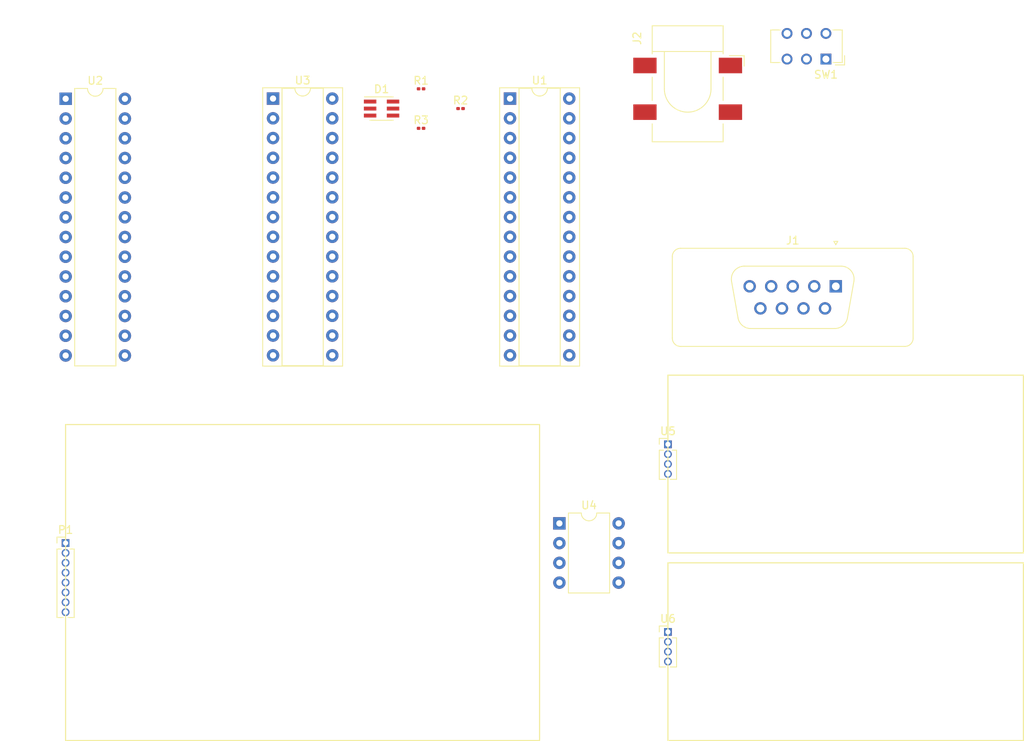
<source format=kicad_pcb>
(kicad_pcb (version 20211014) (generator pcbnew)
  (layers (0 "F.Cu" signal) (31 "B.Cu" signal) (34 "B.Paste" user) (35 "F.Paste" user) (36 "B.SilkS" user "B.Silkscreen") (37 "F.SilkS" user "F.Silkscreen") (38 "B.Mask" user) (39 "F.Mask" user) (44 "Edge.Cuts" user))
  (net 0 "")
  (net 1 "Net-(U3-Pad28)")
  (net 2 "Net-(U3-Pad27)")
  (net 3 "Net-(U3-Pad26)")
  (net 4 "Net-(R3-Pad1)")
  (net 5 "Net-(D1-Pad5)")
  (net 6 "Net-(R1-Pad1)")
  (net 19 "Net-(U3-Pad9)")
  (net 23 "Net-(U3-Pad14)")
  (net 24 "Net-(U3-Pad15)")
  (net 26 "Net-(J1-Pad3)")
  (net 27 "Net-(J1-Pad2)")
  (net 28 "Net-(SW1-Pad3)")
  (net 61 "Net-(U3-Pad18)")
  (net 68 "GNDREF")
  (net 73 "Net-(U3-Pad16)")
  (net 80 "Net-(U4-Pad2)")
  (net 81 "Net-(U4-Pad8)")
  (net 90 "Net-(U1-Pad20)")
  (net 91 "Net-(U4-Pad6)")
  (footprint "Package_DIP:DIP-28_W7.62mm_Socket" (layer "F.Cu") (at 80.02 21.575)
    (fp_text reference "U1" (at 3.81 -2.33) (layer "F.SilkS"))
    (fp_text value "PIC16F1512-ISP")
    (fp_line (start 1.16 34.35) (end 6.46 34.35) (layer "F.SilkS") (width 0.12))
    (fp_line (start 6.46 -1.33) (end 4.81 -1.33) (layer "F.SilkS") (width 0.12))
    (fp_line (start 8.95 -1.39) (end -1.33 -1.39) (layer "F.SilkS") (width 0.12))
    (fp_line (start 8.95 34.41) (end 8.95 -1.39) (layer "F.SilkS") (width 0.12))
    (fp_line (start 2.81 -1.33) (end 1.16 -1.33) (layer "F.SilkS") (width 0.12))
    (fp_line (start -1.33 34.41) (end 8.95 34.41) (layer "F.SilkS") (width 0.12))
    (fp_line (start -1.33 -1.39) (end -1.33 34.41) (layer "F.SilkS") (width 0.12))
    (fp_line (start 6.46 34.35) (end 6.46 -1.33) (layer "F.SilkS") (width 0.12))
    (fp_line (start 1.16 -1.33) (end 1.16 34.35) (layer "F.SilkS") (width 0.12))
    (fp_arc (start 4.81 -1.33) (mid 3.81 -0.33) (end 2.81 -1.33) (layer "F.SilkS") (width 0.12))
    (pad "1" thru_hole rect (at 0 0) (size 1.6 1.6) (drill 0.8) (layers *.Cu *.Mask))
    (pad "2" thru_hole oval (at 0 2.54) (size 1.6 1.6) (drill 0.8) (layers *.Cu *.Mask))
    (pad "3" thru_hole oval (at 0 5.08) (size 1.6 1.6) (drill 0.8) (layers *.Cu *.Mask))
    (pad "4" thru_hole oval (at 0 7.62) (size 1.6 1.6) (drill 0.8) (layers *.Cu *.Mask))
    (pad "5" thru_hole oval (at 0 10.16) (size 1.6 1.6) (drill 0.8) (layers *.Cu *.Mask))
    (pad "6" thru_hole oval (at 0 12.7) (size 1.6 1.6) (drill 0.8) (layers *.Cu *.Mask))
    (pad "7" thru_hole oval (at 0 15.24) (size 1.6 1.6) (drill 0.8) (layers *.Cu *.Mask))
    (pad "8" thru_hole oval (at 0 17.78) (size 1.6 1.6) (drill 0.8) (layers *.Cu *.Mask) (net 68 "GNDREF"))
    (pad "9" thru_hole oval (at 0 20.32) (size 1.6 1.6) (drill 0.8) (layers *.Cu *.Mask))
    (pad "10" thru_hole oval (at 0 22.86) (size 1.6 1.6) (drill 0.8) (layers *.Cu *.Mask) (net 19 "Net-(U3-Pad9)"))
    (pad "11" thru_hole oval (at 0 25.4) (size 1.6 1.6) (drill 0.8) (layers *.Cu *.Mask))
    (pad "12" thru_hole oval (at 0 27.94) (size 1.6 1.6) (drill 0.8) (layers *.Cu *.Mask))
    (pad "13" thru_hole oval (at 0 30.48) (size 1.6 1.6) (drill 0.8) (layers *.Cu *.Mask))
    (pad "14" thru_hole oval (at 0 33.02) (size 1.6 1.6) (drill 0.8) (layers *.Cu *.Mask) (net 23 "Net-(U3-Pad14)"))
    (pad "15" thru_hole oval (at 7.62 33.02) (size 1.6 1.6) (drill 0.8) (layers *.Cu *.Mask) (net 24 "Net-(U3-Pad15)"))
    (pad "16" thru_hole oval (at 7.62 30.48) (size 1.6 1.6) (drill 0.8) (layers *.Cu *.Mask))
    (pad "17" thru_hole oval (at 7.62 27.94) (size 1.6 1.6) (drill 0.8) (layers *.Cu *.Mask) (net 26 "Net-(J1-Pad3)"))
    (pad "18" thru_hole oval (at 7.62 25.4) (size 1.6 1.6) (drill 0.8) (layers *.Cu *.Mask) (net 27 "Net-(J1-Pad2)"))
    (pad "19" thru_hole oval (at 7.62 22.86) (size 1.6 1.6) (drill 0.8) (layers *.Cu *.Mask) (net 68 "GNDREF"))
    (pad "20" thru_hole oval (at 7.62 20.32) (size 1.6 1.6) (drill 0.8) (layers *.Cu *.Mask) (net 90 "Net-(U1-Pad20)"))
    (pad "21" thru_hole oval (at 7.62 17.78) (size 1.6 1.6) (drill 0.8) (layers *.Cu *.Mask))
    (pad "22" thru_hole oval (at 7.62 15.24) (size 1.6 1.6) (drill 0.8) (layers *.Cu *.Mask))
    (pad "23" thru_hole oval (at 7.62 12.7) (size 1.6 1.6) (drill 0.8) (layers *.Cu *.Mask))
    (pad "24" thru_hole oval (at 7.62 10.16) (size 1.6 1.6) (drill 0.8) (layers *.Cu *.Mask))
    (pad "25" thru_hole oval (at 7.62 7.62) (size 1.6 1.6) (drill 0.8) (layers *.Cu *.Mask))
    (pad "26" thru_hole oval (at 7.62 5.08) (size 1.6 1.6) (drill 0.8) (layers *.Cu *.Mask))
    (pad "27" thru_hole oval (at 7.62 2.54) (size 1.6 1.6) (drill 0.8) (layers *.Cu *.Mask))
    (pad "28" thru_hole oval (at 7.62 0) (size 1.6 1.6) (drill 0.8) (layers *.Cu *.Mask))
  )
  (footprint "Connector_PinHeader_1.27mm:PinHeader_1x08_P1.27mm_Vertical" (layer "F.Cu") (at 22.86 78.74)
    (fp_text reference "P1" (at 0 -1.695) (layer "F.SilkS"))
    (fp_text value "RFID-RC522-MODULE")
    (fp_line (start 0.30753 9.585) (end 1.11 9.585) (layer "F.SilkS") (width 0.12))
    (fp_line (start -1.11 0) (end -1.11 -0.76) (layer "F.SilkS") (width 0.12))
    (fp_line (start -1.11 -0.76) (end 0 -0.76) (layer "F.SilkS") (width 0.12))
    (fp_line (start -1.11 9.585) (end -0.30753 9.585) (layer "F.SilkS") (width 0.12))
    (fp_line (start -1.11 0.76) (end -1.11 9.585) (layer "F.SilkS") (width 0.12))
    (fp_line (start -1.11 0.76) (end -0.563471 0.76) (layer "F.SilkS") (width 0.12))
    (fp_line (start 0.563471 0.76) (end 1.11 0.76) (layer "F.SilkS") (width 0.12))
    (fp_line (start 1.11 0.76) (end 1.11 9.585) (layer "F.SilkS") (width 0.12))
    (pad "1" thru_hole rect (at 0 0) (size 1 1) (drill 0.65) (layers *.Cu *.Mask))
    (pad "2" thru_hole oval (at 0 1.27) (size 1 1) (drill 0.65) (layers *.Cu *.Mask))
    (pad "3" thru_hole oval (at 0 2.54) (size 1 1) (drill 0.65) (layers *.Cu *.Mask))
    (pad "4" thru_hole oval (at 0 3.81) (size 1 1) (drill 0.65) (layers *.Cu *.Mask))
    (pad "5" thru_hole oval (at 0 5.08) (size 1 1) (drill 0.65) (layers *.Cu *.Mask))
    (pad "6" thru_hole oval (at 0 6.35) (size 1 1) (drill 0.65) (layers *.Cu *.Mask))
    (pad "7" thru_hole oval (at 0 7.62) (size 1 1) (drill 0.65) (layers *.Cu *.Mask))
    (pad "8" thru_hole oval (at 0 8.89) (size 1 1) (drill 0.65) (layers *.Cu *.Mask))
  )
  (footprint "Connector_PinHeader_1.27mm:PinHeader_1x04_P1.27mm_Vertical" (layer "F.Cu") (at 100.33 66.04)
    (fp_text reference "U5" (at 0 -1.695) (layer "F.SilkS"))
    (fp_text value "TM1637")
    (fp_line (start 0.30753 4.505) (end 1.11 4.505) (layer "F.SilkS") (width 0.12))
    (fp_line (start -1.11 0.76) (end -1.11 4.505) (layer "F.SilkS") (width 0.12))
    (fp_line (start 1.11 0.76) (end 1.11 4.505) (layer "F.SilkS") (width 0.12))
    (fp_line (start -1.11 0.76) (end -0.563471 0.76) (layer "F.SilkS") (width 0.12))
    (fp_line (start 0.563471 0.76) (end 1.11 0.76) (layer "F.SilkS") (width 0.12))
    (fp_line (start -1.11 0) (end -1.11 -0.76) (layer "F.SilkS") (width 0.12))
    (fp_line (start -1.11 -0.76) (end 0 -0.76) (layer "F.SilkS") (width 0.12))
    (fp_line (start -1.11 4.505) (end -0.30753 4.505) (layer "F.SilkS") (width 0.12))
    (pad "1" thru_hole rect (at 0 0) (size 1 1) (drill 0.65) (layers *.Cu *.Mask) (net 23 "Net-(U3-Pad14)"))
    (pad "2" thru_hole oval (at 0 1.27) (size 1 1) (drill 0.65) (layers *.Cu *.Mask) (net 80 "Net-(U4-Pad2)"))
    (pad "3" thru_hole oval (at 0 2.54) (size 1 1) (drill 0.65) (layers *.Cu *.Mask) (net 68 "GNDREF"))
    (pad "4" thru_hole oval (at 0 3.81) (size 1 1) (drill 0.65) (layers *.Cu *.Mask) (net 90 "Net-(U1-Pad20)"))
  )
  (footprint "Package_DIP:DIP-28_W7.62mm" (layer "F.Cu") (at 22.87 21.6)
    (fp_text reference "U2" (at 3.81 -2.33) (layer "F.SilkS"))
    (fp_text value "PIC16F1512-ISP")
    (fp_line (start 2.81 -1.33) (end 1.16 -1.33) (layer "F.SilkS") (width 0.12))
    (fp_line (start 6.46 34.35) (end 6.46 -1.33) (layer "F.SilkS") (width 0.12))
    (fp_line (start 6.46 -1.33) (end 4.81 -1.33) (layer "F.SilkS") (width 0.12))
    (fp_line (start 1.16 -1.33) (end 1.16 34.35) (layer "F.SilkS") (width 0.12))
    (fp_line (start 1.16 34.35) (end 6.46 34.35) (layer "F.SilkS") (width 0.12))
    (fp_arc (start 4.81 -1.33) (mid 3.81 -0.33) (end 2.81 -1.33) (layer "F.SilkS") (width 0.12))
    (pad "1" thru_hole rect (at 0 0) (size 1.6 1.6) (drill 0.8) (layers *.Cu *.Mask))
    (pad "2" thru_hole oval (at 0 2.54) (size 1.6 1.6) (drill 0.8) (layers *.Cu *.Mask))
    (pad "3" thru_hole oval (at 0 5.08) (size 1.6 1.6) (drill 0.8) (layers *.Cu *.Mask))
    (pad "4" thru_hole oval (at 0 7.62) (size 1.6 1.6) (drill 0.8) (layers *.Cu *.Mask))
    (pad "5" thru_hole oval (at 0 10.16) (size 1.6 1.6) (drill 0.8) (layers *.Cu *.Mask))
    (pad "6" thru_hole oval (at 0 12.7) (size 1.6 1.6) (drill 0.8) (layers *.Cu *.Mask))
    (pad "7" thru_hole oval (at 0 15.24) (size 1.6 1.6) (drill 0.8) (layers *.Cu *.Mask))
    (pad "8" thru_hole oval (at 0 17.78) (size 1.6 1.6) (drill 0.8) (layers *.Cu *.Mask) (net 68 "GNDREF"))
    (pad "9" thru_hole oval (at 0 20.32) (size 1.6 1.6) (drill 0.8) (layers *.Cu *.Mask))
    (pad "10" thru_hole oval (at 0 22.86) (size 1.6 1.6) (drill 0.8) (layers *.Cu *.Mask))
    (pad "11" thru_hole oval (at 0 25.4) (size 1.6 1.6) (drill 0.8) (layers *.Cu *.Mask))
    (pad "12" thru_hole oval (at 0 27.94) (size 1.6 1.6) (drill 0.8) (layers *.Cu *.Mask))
    (pad "13" thru_hole oval (at 0 30.48) (size 1.6 1.6) (drill 0.8) (layers *.Cu *.Mask))
    (pad "14" thru_hole oval (at 0 33.02) (size 1.6 1.6) (drill 0.8) (layers *.Cu *.Mask))
    (pad "15" thru_hole oval (at 7.62 33.02) (size 1.6 1.6) (drill 0.8) (layers *.Cu *.Mask))
    (pad "16" thru_hole oval (at 7.62 30.48) (size 1.6 1.6) (drill 0.8) (layers *.Cu *.Mask))
    (pad "17" thru_hole oval (at 7.62 27.94) (size 1.6 1.6) (drill 0.8) (layers *.Cu *.Mask))
    (pad "18" thru_hole oval (at 7.62 25.4) (size 1.6 1.6) (drill 0.8) (layers *.Cu *.Mask))
    (pad "19" thru_hole oval (at 7.62 22.86) (size 1.6 1.6) (drill 0.8) (layers *.Cu *.Mask) (net 68 "GNDREF"))
    (pad "20" thru_hole oval (at 7.62 20.32) (size 1.6 1.6) (drill 0.8) (layers *.Cu *.Mask) (net 90 "Net-(U1-Pad20)"))
    (pad "21" thru_hole oval (at 7.62 17.78) (size 1.6 1.6) (drill 0.8) (layers *.Cu *.Mask))
    (pad "22" thru_hole oval (at 7.62 15.24) (size 1.6 1.6) (drill 0.8) (layers *.Cu *.Mask))
    (pad "23" thru_hole oval (at 7.62 12.7) (size 1.6 1.6) (drill 0.8) (layers *.Cu *.Mask))
    (pad "24" thru_hole oval (at 7.62 10.16) (size 1.6 1.6) (drill 0.8) (layers *.Cu *.Mask))
    (pad "25" thru_hole oval (at 7.62 7.62) (size 1.6 1.6) (drill 0.8) (layers *.Cu *.Mask))
    (pad "26" thru_hole oval (at 7.62 5.08) (size 1.6 1.6) (drill 0.8) (layers *.Cu *.Mask))
    (pad "27" thru_hole oval (at 7.62 2.54) (size 1.6 1.6) (drill 0.8) (layers *.Cu *.Mask))
    (pad "28" thru_hole oval (at 7.62 0) (size 1.6 1.6) (drill 0.8) (layers *.Cu *.Mask) (net 61 "Net-(U3-Pad18)"))
  )
  (footprint "Resistor_SMD:R_0201_0603Metric" (layer "F.Cu") (at 68.58 25.4)
    (fp_text reference "R3" (at 0 -1.05) (layer "F.SilkS"))
    (fp_text value "R")
    (pad "1" smd roundrect (at -0.32 0) (size 0.46 0.4) (layers "F.Cu" "F.Mask") (net 4 "Net-(R3-Pad1)"))
    (pad "2" smd roundrect (at 0.32 0) (size 0.46 0.4) (layers "F.Cu" "F.Mask"))
  )
  (footprint "Package_DIP:DIP-28_W7.62mm_Socket" (layer "F.Cu") (at 49.54 21.575)
    (fp_text reference "U3" (at 3.81 -2.33) (layer "F.SilkS"))
    (fp_text value "PIC16F1512-ISP")
    (fp_line (start -1.33 34.41) (end 8.95 34.41) (layer "F.SilkS") (width 0.12))
    (fp_line (start 1.16 -1.33) (end 1.16 34.35) (layer "F.SilkS") (width 0.12))
    (fp_line (start 2.81 -1.33) (end 1.16 -1.33) (layer "F.SilkS") (width 0.12))
    (fp_line (start -1.33 -1.39) (end -1.33 34.41) (layer "F.SilkS") (width 0.12))
    (fp_line (start 8.95 34.41) (end 8.95 -1.39) (layer "F.SilkS") (width 0.12))
    (fp_line (start 6.46 34.35) (end 6.46 -1.33) (layer "F.SilkS") (width 0.12))
    (fp_line (start 1.16 34.35) (end 6.46 34.35) (layer "F.SilkS") (width 0.12))
    (fp_line (start 6.46 -1.33) (end 4.81 -1.33) (layer "F.SilkS") (width 0.12))
    (fp_line (start 8.95 -1.39) (end -1.33 -1.39) (layer "F.SilkS") (width 0.12))
    (fp_arc (start 4.81 -1.33) (mid 3.81 -0.33) (end 2.81 -1.33) (layer "F.SilkS") (width 0.12))
    (pad "1" thru_hole rect (at 0 0) (size 1.6 1.6) (drill 0.8) (layers *.Cu *.Mask))
    (pad "2" thru_hole oval (at 0 2.54) (size 1.6 1.6) (drill 0.8) (layers *.Cu *.Mask))
    (pad "3" thru_hole oval (at 0 5.08) (size 1.6 1.6) (drill 0.8) (layers *.Cu *.Mask) (net 91 "Net-(U4-Pad6)"))
    (pad "4" thru_hole oval (at 0 7.62) (size 1.6 1.6) (drill 0.8) (layers *.Cu *.Mask))
    (pad "5" thru_hole oval (at 0 10.16) (size 1.6 1.6) (drill 0.8) (layers *.Cu *.Mask))
    (pad "6" thru_hole oval (at 0 12.7) (size 1.6 1.6) (drill 0.8) (layers *.Cu *.Mask))
    (pad "7" thru_hole oval (at 0 15.24) (size 1.6 1.6) (drill 0.8) (layers *.Cu *.Mask))
    (pad "8" thru_hole oval (at 0 17.78) (size 1.6 1.6) (drill 0.8) (layers *.Cu *.Mask) (net 68 "GNDREF"))
    (pad "9" thru_hole oval (at 0 20.32) (size 1.6 1.6) (drill 0.8) (layers *.Cu *.Mask) (net 19 "Net-(U3-Pad9)"))
    (pad "10" thru_hole oval (at 0 22.86) (size 1.6 1.6) (drill 0.8) (layers *.Cu *.Mask))
    (pad "11" thru_hole oval (at 0 25.4) (size 1.6 1.6) (drill 0.8) (layers *.Cu *.Mask))
    (pad "12" thru_hole oval (at 0 27.94) (size 1.6 1.6) (drill 0.8) (layers *.Cu *.Mask))
    (pad "13" thru_hole oval (at 0 30.48) (size 1.6 1.6) (drill 0.8) (layers *.Cu *.Mask))
    (pad "14" thru_hole oval (at 0 33.02) (size 1.6 1.6) (drill 0.8) (layers *.Cu *.Mask) (net 23 "Net-(U3-Pad14)"))
    (pad "15" thru_hole oval (at 7.62 33.02) (size 1.6 1.6) (drill 0.8) (layers *.Cu *.Mask) (net 24 "Net-(U3-Pad15)"))
    (pad "16" thru_hole oval (at 7.62 30.48) (size 1.6 1.6) (drill 0.8) (layers *.Cu *.Mask) (net 73 "Net-(U3-Pad16)"))
    (pad "17" thru_hole oval (at 7.62 27.94) (size 1.6 1.6) (drill 0.8) (layers *.Cu *.Mask))
    (pad "18" thru_hole oval (at 7.62 25.4) (size 1.6 1.6) (drill 0.8) (layers *.Cu *.Mask) (net 61 "Net-(U3-Pad18)"))
    (pad "19" thru_hole oval (at 7.62 22.86) (size 1.6 1.6) (drill 0.8) (layers *.Cu *.Mask) (net 68 "GNDREF"))
    (pad "20" thru_hole oval (at 7.62 20.32) (size 1.6 1.6) (drill 0.8) (layers *.Cu *.Mask) (net 90 "Net-(U1-Pad20)"))
    (pad "21" thru_hole oval (at 7.62 17.78) (size 1.6 1.6) (drill 0.8) (layers *.Cu *.Mask))
    (pad "22" thru_hole oval (at 7.62 15.24) (size 1.6 1.6) (drill 0.8) (layers *.Cu *.Mask))
    (pad "23" thru_hole oval (at 7.62 12.7) (size 1.6 1.6) (drill 0.8) (layers *.Cu *.Mask))
    (pad "24" thru_hole oval (at 7.62 10.16) (size 1.6 1.6) (drill 0.8) (layers *.Cu *.Mask))
    (pad "25" thru_hole oval (at 7.62 7.62) (size 1.6 1.6) (drill 0.8) (layers *.Cu *.Mask))
    (pad "26" thru_hole oval (at 7.62 5.08) (size 1.6 1.6) (drill 0.8) (layers *.Cu *.Mask) (net 3 "Net-(U3-Pad26)"))
    (pad "27" thru_hole oval (at 7.62 2.54) (size 1.6 1.6) (drill 0.8) (layers *.Cu *.Mask) (net 2 "Net-(U3-Pad27)"))
    (pad "28" thru_hole oval (at 7.62 0) (size 1.6 1.6) (drill 0.8) (layers *.Cu *.Mask) (net 1 "Net-(U3-Pad28)"))
  )
  (footprint "Connector_BarrelJack:BarrelJack_CLIFF_FC681465S_SMT_Horizontal" (layer "F.Cu") (at 102.87 20.32 -90)
    (fp_text reference "J2" (at -6.5 6.5 90) (layer "F.SilkS"))
    (fp_text value "Barrel_Jack")
    (fp_line (start 6.81 4.56) (end 6.81 -4.56) (layer "F.SilkS") (width 0.12))
    (fp_line (start 4.5 4.56) (end 6.81 4.56) (layer "F.SilkS") (width 0.12))
    (fp_line (start -4.8 -3) (end 0 -3) (layer "F.SilkS") (width 0.12))
    (fp_line (start -4.8 4.56) (end -4.8 -4.56) (layer "F.SilkS") (width 0.12))
    (fp_line (start -8.11 -4.56) (end -4.5 -4.56) (layer "F.SilkS") (width 0.12))
    (fp_line (start -8.11 4.56) (end -8.11 -4.56) (layer "F.SilkS") (width 0.12))
    (fp_line (start -2.92 -7.26) (end -4.26 -7.26) (layer "F.SilkS") (width 0.12))
    (fp_line (start -8.11 4.56) (end -4.5 4.56) (layer "F.SilkS") (width 0.12))
    (fp_line (start -4.8 3) (end 0 3) (layer "F.SilkS") (width 0.12))
    (fp_line (start -1.5 4.56) (end 1.5 4.56) (layer "F.SilkS") (width 0.12))
    (fp_line (start -4.26 -7.26) (end -4.26 -5.36) (layer "F.SilkS") (width 0.12))
    (fp_line (start -1.5 -4.56) (end 1.5 -4.56) (layer "F.SilkS") (width 0.12))
    (fp_line (start 4.5 -4.56) (end 6.81 -4.56) (layer "F.SilkS") (width 0.12))
    (fp_arc (start 0 -3) (mid 3 0) (end 0 3) (layer "F.SilkS") (width 0.12))
    (pad "" np_thru_hole oval (at -2.9 0) (size 2 1.5) (drill oval 2 1.5) (layers *.Cu *.Mask))
    (pad "" np_thru_hole circle (at 1.5 0) (size 2 2) (drill 2) (layers *.Cu *.Mask))
    (pad "1" smd rect (at 3 -5.5) (size 3 2) (layers "F.Cu" "F.Paste" "F.Mask") (net 28 "Net-(SW1-Pad3)"))
    (pad "1" smd rect (at -3 -5.5) (size 3 2) (layers "F.Cu" "F.Paste" "F.Mask") (net 28 "Net-(SW1-Pad3)"))
    (pad "2" smd rect (at 3 5.5) (size 3 2) (layers "F.Cu" "F.Paste" "F.Mask") (net 68 "GNDREF"))
    (pad "3" smd rect (at -3 5.5) (size 3 2) (layers "F.Cu" "F.Paste" "F.Mask"))
  )
  (footprint "Resistor_SMD:R_0201_0603Metric" (layer "F.Cu") (at 73.66 22.86)
    (fp_text reference "R2" (at 0 -1.05) (layer "F.SilkS"))
    (fp_text value "R")
    (pad "1" smd roundrect (at -0.32 0) (size 0.46 0.4) (layers "F.Cu" "F.Mask") (net 5 "Net-(D1-Pad5)"))
    (pad "2" smd roundrect (at 0.32 0) (size 0.46 0.4) (layers "F.Cu" "F.Mask"))
  )
  (footprint "Resistor_SMD:R_0201_0603Metric" (layer "F.Cu") (at 68.58 20.32)
    (fp_text reference "R1" (at 0 -1.05) (layer "F.SilkS"))
    (fp_text value "R")
    (pad "1" smd roundrect (at -0.32 0) (size 0.46 0.4) (layers "F.Cu" "F.Mask") (net 6 "Net-(R1-Pad1)"))
    (pad "2" smd roundrect (at 0.32 0) (size 0.46 0.4) (layers "F.Cu" "F.Mask"))
  )
  (footprint "Button_Switch_THT:SW_CuK_JS202011AQN_DPDT_Angled" (layer "F.Cu") (at 120.65 16.495 180)
    (fp_text reference "SW1" (at 0 -2) (layer "F.SilkS"))
    (fp_text value "SW_DPDT_x2")
    (fp_line (start 5.9 -0.45) (end 7.1 -0.45) (layer "F.SilkS") (width 0.12))
    (fp_line (start 7.1 3.75) (end 5.9 3.75) (layer "F.SilkS") (width 0.12))
    (fp_line (start -2.1 3.75) (end -0.9 3.75) (layer "F.SilkS") (width 0.12))
    (fp_line (start -1.2 -0.75) (end -2.4 -0.75) (layer "F.SilkS") (width 0.12))
    (fp_line (start -2.4 -0.75) (end -2.4 0.45) (layer "F.SilkS") (width 0.12))
    (fp_line (start -0.9 -0.45) (end -2.1 -0.45) (layer "F.SilkS") (width 0.12))
    (fp_line (start 7.1 -0.45) (end 7.1 3.75) (layer "F.SilkS") (width 0.12))
    (fp_line (start -2.1 -0.45) (end -2.1 3.75) (layer "F.SilkS") (width 0.12))
    (pad "1" thru_hole rect (at 0 0 180) (size 1.4 1.4) (drill 0.9) (layers *.Cu *.Mask))
    (pad "2" thru_hole circle (at 2.5 0 180) (size 1.4 1.4) (drill 0.9) (layers *.Cu *.Mask) (net 90 "Net-(U1-Pad20)"))
    (pad "3" thru_hole circle (at 5 0 180) (size 1.4 1.4) (drill 0.9) (layers *.Cu *.Mask) (net 28 "Net-(SW1-Pad3)"))
    (pad "4" thru_hole circle (at 0 3.3 180) (size 1.4 1.4) (drill 0.9) (layers *.Cu *.Mask))
    (pad "5" thru_hole circle (at 2.5 3.3 180) (size 1.4 1.4) (drill 0.9) (layers *.Cu *.Mask))
    (pad "6" thru_hole circle (at 5 3.3 180) (size 1.4 1.4) (drill 0.9) (layers *.Cu *.Mask))
  )
  (footprint "Connector_Dsub:DSUB-9_Female_Vertical_P2.77x2.84mm" (layer "F.Cu") (at 121.92 45.72)
    (fp_text reference "J1" (at -5.54 -5.89) (layer "F.SilkS"))
    (fp_text value "DB9_Female")
    (fp_line (start -11.771689 -2.59) (end 0.691689 -2.59) (layer "F.SilkS") (width 0.12))
    (fp_line (start 0.25 -5.784338) (end 0 -5.351325) (layer "F.SilkS") (width 0.12))
    (fp_line (start -0.25 -5.784338) (end 0.25 -5.784338) (layer "F.SilkS") (width 0.12))
    (fp_line (start -13.40647 -0.641744) (end -12.577733 4.058256) (layer "F.SilkS") (width 0.12))
    (fp_line (start 9.945 -3.83) (end 9.945 6.67) (layer "F.SilkS") (width 0.12))
    (fp_line (start -10.942952 5.43) (end -0.137048 5.43) (layer "F.SilkS") (width 0.12))
    (fp_line (start 8.885 7.73) (end -19.965 7.73) (layer "F.SilkS") (width 0.12))
    (fp_line (start -19.965 -4.89) (end 8.885 -4.89) (layer "F.SilkS") (width 0.12))
    (fp_line (start -21.025 6.67) (end -21.025 -3.83) (layer "F.SilkS") (width 0.12))
    (fp_line (start 2.32647 -0.641744) (end 1.497733 4.058256) (layer "F.SilkS") (width 0.12))
    (fp_line (start 0 -5.351325) (end -0.25 -5.784338) (layer "F.SilkS") (width 0.12))
    (fp_arc (start -21.025 -3.83) (mid -20.714533 -4.579533) (end -19.965 -4.89) (layer "F.SilkS") (width 0.12))
    (fp_arc (start 0.691689 -2.59) (mid 1.963324 -1.997028) (end 2.32647 -0.641744) (layer "F.SilkS") (width 0.12))
    (fp_arc (start -19.965 7.73) (mid -20.714533 7.419533) (end -21.025 6.67) (layer "F.SilkS") (width 0.12))
    (fp_arc (start 8.885 -4.89) (mid 9.634533 -4.579533) (end 9.945 -3.83) (layer "F.SilkS") (width 0.12))
    (fp_arc (start -10.942952 5.43) (mid -12.00998 5.041634) (end -12.577733 4.058256) (layer "F.SilkS") (width 0.12))
    (fp_arc (start 9.945 6.67) (mid 9.634533 7.419533) (end 8.885 7.73) (layer "F.SilkS") (width 0.12))
    (fp_arc (start 1.497733 4.058256) (mid 0.92998 5.041634) (end -0.137048 5.43) (layer "F.SilkS") (width 0.12))
    (fp_arc (start -13.40647 -0.641744) (mid -13.043323 -1.997028) (end -11.771689 -2.59) (layer "F.SilkS") (width 0.12))
    (pad "1" thru_hole rect (at 0 0) (size 1.6 1.6) (drill 1) (layers *.Cu *.Mask))
    (pad "2" thru_hole circle (at -2.77 0) (size 1.6 1.6) (drill 1) (layers *.Cu *.Mask) (net 27 "Net-(J1-Pad2)"))
    (pad "3" thru_hole circle (at -5.54 0) (size 1.6 1.6) (drill 1) (layers *.Cu *.Mask) (net 26 "Net-(J1-Pad3)"))
    (pad "4" thru_hole circle (at -8.31 0) (size 1.6 1.6) (drill 1) (layers *.Cu *.Mask))
    (pad "5" thru_hole circle (at -11.08 0) (size 1.6 1.6) (drill 1) (layers *.Cu *.Mask) (net 68 "GNDREF"))
    (pad "6" thru_hole circle (at -1.385 2.84) (size 1.6 1.6) (drill 1) (layers *.Cu *.Mask))
    (pad "7" thru_hole circle (at -4.155 2.84) (size 1.6 1.6) (drill 1) (layers *.Cu *.Mask))
    (pad "8" thru_hole circle (at -6.925 2.84) (size 1.6 1.6) (drill 1) (layers *.Cu *.Mask))
    (pad "9" thru_hole circle (at -9.695 2.84) (size 1.6 1.6) (drill 1) (layers *.Cu *.Mask))
  )
  (footprint "Package_DIP:DIP-8_W7.62mm" (layer "F.Cu") (at 86.37 76.21)
    (fp_text reference "U4" (at 3.81 -2.33) (layer "F.SilkS"))
    (fp_text value "ADG419BN")
    (fp_line (start 6.46 8.95) (end 6.46 -1.33) (layer "F.SilkS") (width 0.12))
    (fp_line (start 1.16 8.95) (end 6.46 8.95) (layer "F.SilkS") (width 0.12))
    (fp_line (start 6.46 -1.33) (end 4.81 -1.33) (layer "F.SilkS") (width 0.12))
    (fp_line (start 1.16 -1.33) (end 1.16 8.95) (layer "F.SilkS") (width 0.12))
    (fp_line (start 2.81 -1.33) (end 1.16 -1.33) (layer "F.SilkS") (width 0.12))
    (fp_arc (start 4.81 -1.33) (mid 3.81 -0.33) (end 2.81 -1.33) (layer "F.SilkS") (width 0.12))
    (pad "1" thru_hole rect (at 0 0) (size 1.6 1.6) (drill 0.8) (layers *.Cu *.Mask) (net 73 "Net-(U3-Pad16)"))
    (pad "2" thru_hole oval (at 0 2.54) (size 1.6 1.6) (drill 0.8) (layers *.Cu *.Mask) (net 80 "Net-(U4-Pad2)"))
    (pad "3" thru_hole oval (at 0 5.08) (size 1.6 1.6) (drill 0.8) (layers *.Cu *.Mask))
    (pad "4" thru_hole oval (at 0 7.62) (size 1.6 1.6) (drill 0.8) (layers *.Cu *.Mask))
    (pad "5" thru_hole oval (at 7.62 7.62) (size 1.6 1.6) (drill 0.8) (layers *.Cu *.Mask))
    (pad "6" thru_hole oval (at 7.62 5.08) (size 1.6 1.6) (drill 0.8) (layers *.Cu *.Mask) (net 91 "Net-(U4-Pad6)"))
    (pad "7" thru_hole oval (at 7.62 2.54) (size 1.6 1.6) (drill 0.8) (layers *.Cu *.Mask))
    (pad "8" thru_hole oval (at 7.62 0) (size 1.6 1.6) (drill 0.8) (layers *.Cu *.Mask) (net 81 "Net-(U4-Pad8)"))
  )
  (footprint "LED_SMD:LED_Avago_PLCC6_3x2.8mm" (layer "F.Cu") (at 63.5 22.86)
    (fp_text reference "D1" (at 0 -2.5) (layer "F.SilkS"))
    (fp_text value "LED_RGB")
    (fp_line (start -1.5 1.51) (end 1.5 1.51) (layer "F.SilkS") (width 0.12))
    (fp_line (start -2.2 -1.51) (end 1.5 -1.51) (layer "F.SilkS") (width 0.12))
    (pad "1" smd rect (at -1.475 -0.9) (size 1.6 0.5) (layers "F.Cu" "F.Paste" "F.Mask") (net 1 "Net-(U3-Pad28)"))
    (pad "2" smd rect (at -1.475 0) (size 1.6 0.5) (layers "F.Cu" "F.Paste" "F.Mask") (net 2 "Net-(U3-Pad27)"))
    (pad "3" smd rect (at -1.475 0.9) (size 1.6 0.5) (layers "F.Cu" "F.Paste" "F.Mask") (net 3 "Net-(U3-Pad26)"))
    (pad "4" smd rect (at 1.475 0.9) (size 1.6 0.5) (layers "F.Cu" "F.Paste" "F.Mask") (net 4 "Net-(R3-Pad1)"))
    (pad "5" smd rect (at 1.475 0) (size 1.6 0.5) (layers "F.Cu" "F.Paste" "F.Mask") (net 5 "Net-(D1-Pad5)"))
    (pad "6" smd rect (at 1.475 -0.9) (size 1.6 0.5) (layers "F.Cu" "F.Paste" "F.Mask") (net 6 "Net-(R1-Pad1)"))
  )
  (footprint "Connector_PinHeader_1.27mm:PinHeader_1x04_P1.27mm_Vertical" (layer "F.Cu") (at 100.33 90.17)
    (fp_text reference "U6" (at 0 -1.695) (layer "F.SilkS"))
    (fp_text value "TM1637")
    (fp_line (start -1.11 0.76) (end -1.11 4.505) (layer "F.SilkS") (width 0.12))
    (fp_line (start 0.30753 4.505) (end 1.11 4.505) (layer "F.SilkS") (width 0.12))
    (fp_line (start 1.11 0.76) (end 1.11 4.505) (layer "F.SilkS") (width 0.12))
    (fp_line (start -1.11 4.505) (end -0.30753 4.505) (layer "F.SilkS") (width 0.12))
    (fp_line (start -1.11 0) (end -1.11 -0.76) (layer "F.SilkS") (width 0.12))
    (fp_line (start -1.11 0.76) (end -0.563471 0.76) (layer "F.SilkS") (width 0.12))
    (fp_line (start 0.563471 0.76) (end 1.11 0.76) (layer "F.SilkS") (width 0.12))
    (fp_line (start -1.11 -0.76) (end 0 -0.76) (layer "F.SilkS") (width 0.12))
    (pad "1" thru_hole rect (at 0 0) (size 1 1) (drill 0.65) (layers *.Cu *.Mask) (net 23 "Net-(U3-Pad14)"))
    (pad "2" thru_hole oval (at 0 1.27) (size 1 1) (drill 0.65) (layers *.Cu *.Mask) (net 81 "Net-(U4-Pad8)"))
    (pad "3" thru_hole oval (at 0 2.54) (size 1 1) (drill 0.65) (layers *.Cu *.Mask) (net 68 "GNDREF"))
    (pad "4" thru_hole oval (at 0 3.81) (size 1 1) (drill 0.65) (layers *.Cu *.Mask) (net 90 "Net-(U1-Pad20)"))
  )
  (gr_rect (start 100.33 57.15) (end 146.05 80.01) (layer "F.SilkS") (width 0.15) (fill none))
  (gr_rect (start 100.33 81.28) (end 146.05 104.14) (layer "F.SilkS") (width 0.15) (fill none))
  (gr_rect (start 22.86 63.5) (end 83.82 104.14) (layer "F.SilkS") (width 0.15) (fill none))
)
</source>
